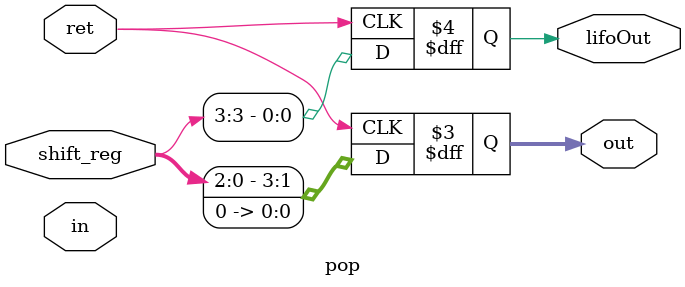
<source format=v>
  module pop ( input in, 
								input ret,
								input [3:0]shift_reg,
								output reg [3:0]out, 
								output reg lifoOut);   
								
	initial out = 0;

	always @ (posedge ret)
			begin 	//pop
			  out <= {shift_reg[2:0], 1'b0};
			  lifoOut <= shift_reg[3];
			end
endmodule
</source>
